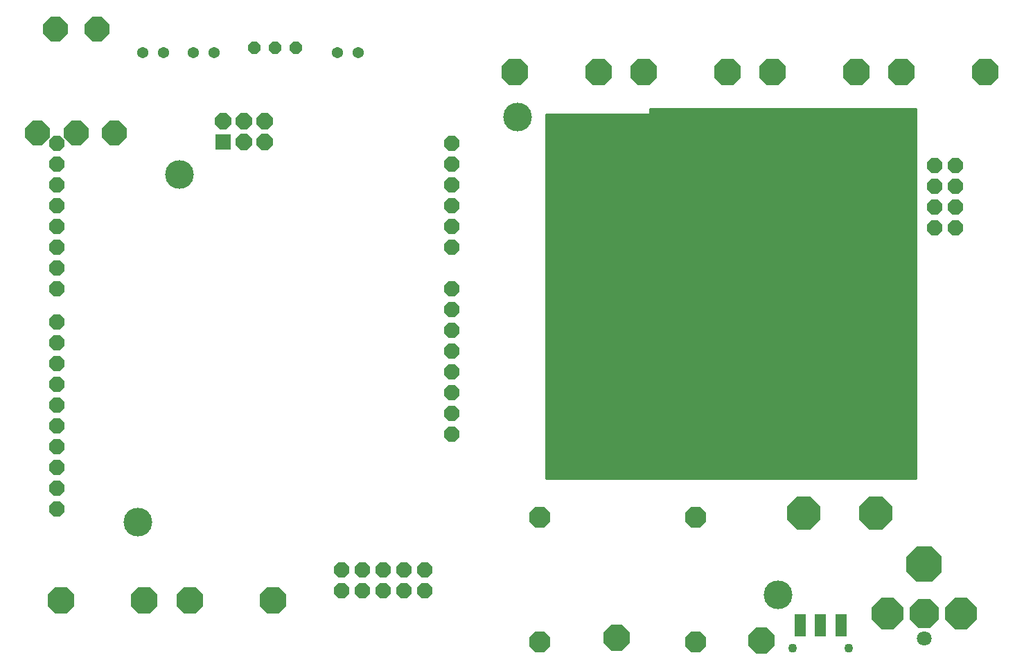
<source format=gbs>
G75*
%MOIN*%
%OFA0B0*%
%FSLAX24Y24*%
%IPPOS*%
%LPD*%
%AMOC8*
5,1,8,0,0,1.08239X$1,22.5*
%
%ADD10C,0.1380*%
%ADD11C,0.0100*%
%ADD12OC8,0.0740*%
%ADD13OC8,0.0780*%
%ADD14R,0.0780X0.0780*%
%ADD15R,0.0552X0.1064*%
%ADD16C,0.0434*%
%ADD17OC8,0.1290*%
%ADD18OC8,0.0611*%
%ADD19OC8,0.1175*%
%ADD20OC8,0.1025*%
%ADD21C,0.0540*%
%ADD22OC8,0.1700*%
%ADD23OC8,0.1405*%
%ADD24C,0.0710*%
%ADD25OC8,0.1504*%
%ADD26OC8,0.1261*%
%ADD27OC8,0.1582*%
D10*
X013943Y012475D03*
X015943Y029225D03*
X032207Y031982D03*
X044743Y008975D03*
D11*
X051393Y014575D02*
X033593Y014575D01*
X033593Y032125D01*
X038593Y032125D01*
X038593Y032375D01*
X051393Y032375D01*
X051393Y014575D01*
X051393Y014590D02*
X033593Y014590D01*
X033593Y014689D02*
X051393Y014689D01*
X051393Y014787D02*
X033593Y014787D01*
X033593Y014886D02*
X051393Y014886D01*
X051393Y014984D02*
X033593Y014984D01*
X033593Y015083D02*
X051393Y015083D01*
X051393Y015181D02*
X033593Y015181D01*
X033593Y015280D02*
X051393Y015280D01*
X051393Y015378D02*
X033593Y015378D01*
X033593Y015477D02*
X051393Y015477D01*
X051393Y015575D02*
X033593Y015575D01*
X033593Y015674D02*
X051393Y015674D01*
X051393Y015772D02*
X033593Y015772D01*
X033593Y015871D02*
X051393Y015871D01*
X051393Y015969D02*
X033593Y015969D01*
X033593Y016068D02*
X051393Y016068D01*
X051393Y016166D02*
X033593Y016166D01*
X033593Y016265D02*
X051393Y016265D01*
X051393Y016363D02*
X033593Y016363D01*
X033593Y016462D02*
X051393Y016462D01*
X051393Y016560D02*
X033593Y016560D01*
X033593Y016659D02*
X051393Y016659D01*
X051393Y016757D02*
X033593Y016757D01*
X033593Y016856D02*
X051393Y016856D01*
X051393Y016954D02*
X033593Y016954D01*
X033593Y017053D02*
X051393Y017053D01*
X051393Y017151D02*
X033593Y017151D01*
X033593Y017250D02*
X051393Y017250D01*
X051393Y017348D02*
X033593Y017348D01*
X033593Y017447D02*
X051393Y017447D01*
X051393Y017545D02*
X033593Y017545D01*
X033593Y017644D02*
X051393Y017644D01*
X051393Y017742D02*
X033593Y017742D01*
X033593Y017841D02*
X051393Y017841D01*
X051393Y017939D02*
X033593Y017939D01*
X033593Y018038D02*
X051393Y018038D01*
X051393Y018136D02*
X033593Y018136D01*
X033593Y018235D02*
X051393Y018235D01*
X051393Y018333D02*
X033593Y018333D01*
X033593Y018432D02*
X051393Y018432D01*
X051393Y018530D02*
X033593Y018530D01*
X033593Y018629D02*
X051393Y018629D01*
X051393Y018727D02*
X033593Y018727D01*
X033593Y018826D02*
X051393Y018826D01*
X051393Y018924D02*
X033593Y018924D01*
X033593Y019023D02*
X051393Y019023D01*
X051393Y019121D02*
X033593Y019121D01*
X033593Y019220D02*
X051393Y019220D01*
X051393Y019318D02*
X033593Y019318D01*
X033593Y019417D02*
X051393Y019417D01*
X051393Y019515D02*
X033593Y019515D01*
X033593Y019614D02*
X051393Y019614D01*
X051393Y019712D02*
X033593Y019712D01*
X033593Y019811D02*
X051393Y019811D01*
X051393Y019909D02*
X033593Y019909D01*
X033593Y020008D02*
X051393Y020008D01*
X051393Y020106D02*
X033593Y020106D01*
X033593Y020205D02*
X051393Y020205D01*
X051393Y020303D02*
X033593Y020303D01*
X033593Y020402D02*
X051393Y020402D01*
X051393Y020500D02*
X033593Y020500D01*
X033593Y020599D02*
X051393Y020599D01*
X051393Y020697D02*
X033593Y020697D01*
X033593Y020796D02*
X051393Y020796D01*
X051393Y020894D02*
X033593Y020894D01*
X033593Y020993D02*
X051393Y020993D01*
X051393Y021091D02*
X033593Y021091D01*
X033593Y021190D02*
X051393Y021190D01*
X051393Y021288D02*
X033593Y021288D01*
X033593Y021387D02*
X051393Y021387D01*
X051393Y021485D02*
X033593Y021485D01*
X033593Y021584D02*
X051393Y021584D01*
X051393Y021682D02*
X033593Y021682D01*
X033593Y021781D02*
X051393Y021781D01*
X051393Y021879D02*
X033593Y021879D01*
X033593Y021978D02*
X051393Y021978D01*
X051393Y022076D02*
X033593Y022076D01*
X033593Y022175D02*
X051393Y022175D01*
X051393Y022273D02*
X033593Y022273D01*
X033593Y022372D02*
X051393Y022372D01*
X051393Y022470D02*
X033593Y022470D01*
X033593Y022569D02*
X051393Y022569D01*
X051393Y022667D02*
X033593Y022667D01*
X033593Y022766D02*
X051393Y022766D01*
X051393Y022864D02*
X033593Y022864D01*
X033593Y022963D02*
X051393Y022963D01*
X051393Y023061D02*
X033593Y023061D01*
X033593Y023160D02*
X051393Y023160D01*
X051393Y023258D02*
X033593Y023258D01*
X033593Y023357D02*
X051393Y023357D01*
X051393Y023455D02*
X033593Y023455D01*
X033593Y023554D02*
X051393Y023554D01*
X051393Y023652D02*
X033593Y023652D01*
X033593Y023751D02*
X051393Y023751D01*
X051393Y023849D02*
X033593Y023849D01*
X033593Y023948D02*
X051393Y023948D01*
X051393Y024046D02*
X033593Y024046D01*
X033593Y024145D02*
X051393Y024145D01*
X051393Y024243D02*
X033593Y024243D01*
X033593Y024342D02*
X051393Y024342D01*
X051393Y024440D02*
X033593Y024440D01*
X033593Y024539D02*
X051393Y024539D01*
X051393Y024637D02*
X033593Y024637D01*
X033593Y024736D02*
X051393Y024736D01*
X051393Y024834D02*
X033593Y024834D01*
X033593Y024933D02*
X051393Y024933D01*
X051393Y025031D02*
X033593Y025031D01*
X033593Y025130D02*
X051393Y025130D01*
X051393Y025228D02*
X033593Y025228D01*
X033593Y025327D02*
X051393Y025327D01*
X051393Y025425D02*
X033593Y025425D01*
X033593Y025524D02*
X051393Y025524D01*
X051393Y025622D02*
X033593Y025622D01*
X033593Y025721D02*
X051393Y025721D01*
X051393Y025819D02*
X033593Y025819D01*
X033593Y025918D02*
X051393Y025918D01*
X051393Y026016D02*
X033593Y026016D01*
X033593Y026115D02*
X051393Y026115D01*
X051393Y026213D02*
X033593Y026213D01*
X033593Y026312D02*
X051393Y026312D01*
X051393Y026410D02*
X033593Y026410D01*
X033593Y026509D02*
X051393Y026509D01*
X051393Y026607D02*
X033593Y026607D01*
X033593Y026706D02*
X051393Y026706D01*
X051393Y026804D02*
X033593Y026804D01*
X033593Y026903D02*
X051393Y026903D01*
X051393Y027001D02*
X033593Y027001D01*
X033593Y027100D02*
X051393Y027100D01*
X051393Y027198D02*
X033593Y027198D01*
X033593Y027297D02*
X051393Y027297D01*
X051393Y027395D02*
X033593Y027395D01*
X033593Y027494D02*
X051393Y027494D01*
X051393Y027592D02*
X033593Y027592D01*
X033593Y027691D02*
X051393Y027691D01*
X051393Y027789D02*
X033593Y027789D01*
X033593Y027888D02*
X051393Y027888D01*
X051393Y027986D02*
X033593Y027986D01*
X033593Y028085D02*
X051393Y028085D01*
X051393Y028183D02*
X033593Y028183D01*
X033593Y028282D02*
X051393Y028282D01*
X051393Y028380D02*
X033593Y028380D01*
X033593Y028479D02*
X051393Y028479D01*
X051393Y028577D02*
X033593Y028577D01*
X033593Y028676D02*
X051393Y028676D01*
X051393Y028774D02*
X033593Y028774D01*
X033593Y028873D02*
X051393Y028873D01*
X051393Y028971D02*
X033593Y028971D01*
X033593Y029070D02*
X051393Y029070D01*
X051393Y029168D02*
X033593Y029168D01*
X033593Y029267D02*
X051393Y029267D01*
X051393Y029365D02*
X033593Y029365D01*
X033593Y029464D02*
X051393Y029464D01*
X051393Y029562D02*
X033593Y029562D01*
X033593Y029661D02*
X051393Y029661D01*
X051393Y029759D02*
X033593Y029759D01*
X033593Y029858D02*
X051393Y029858D01*
X051393Y029956D02*
X033593Y029956D01*
X033593Y030055D02*
X051393Y030055D01*
X051393Y030153D02*
X033593Y030153D01*
X033593Y030252D02*
X051393Y030252D01*
X051393Y030350D02*
X033593Y030350D01*
X033593Y030449D02*
X051393Y030449D01*
X051393Y030547D02*
X033593Y030547D01*
X033593Y030646D02*
X051393Y030646D01*
X051393Y030744D02*
X033593Y030744D01*
X033593Y030843D02*
X051393Y030843D01*
X051393Y030941D02*
X033593Y030941D01*
X033593Y031040D02*
X051393Y031040D01*
X051393Y031138D02*
X033593Y031138D01*
X033593Y031237D02*
X051393Y031237D01*
X051393Y031335D02*
X033593Y031335D01*
X033593Y031434D02*
X051393Y031434D01*
X051393Y031532D02*
X033593Y031532D01*
X033593Y031631D02*
X051393Y031631D01*
X051393Y031729D02*
X033593Y031729D01*
X033593Y031828D02*
X051393Y031828D01*
X051393Y031926D02*
X033593Y031926D01*
X033593Y032025D02*
X051393Y032025D01*
X051393Y032123D02*
X033593Y032123D01*
X038593Y032222D02*
X051393Y032222D01*
X051393Y032320D02*
X038593Y032320D01*
D12*
X029041Y030725D03*
X029041Y029725D03*
X029041Y028725D03*
X029041Y027725D03*
X029041Y026725D03*
X029041Y025725D03*
X029041Y023725D03*
X029041Y022725D03*
X029041Y021725D03*
X029041Y020725D03*
X029041Y019725D03*
X029041Y018725D03*
X029041Y017725D03*
X029041Y016725D03*
X027743Y010175D03*
X026743Y010175D03*
X025743Y010175D03*
X024743Y010175D03*
X023743Y010175D03*
X023743Y009175D03*
X024743Y009175D03*
X025743Y009175D03*
X026743Y009175D03*
X027743Y009175D03*
X010041Y013125D03*
X010041Y014125D03*
X010041Y015125D03*
X010041Y016125D03*
X010041Y017125D03*
X010041Y018125D03*
X010041Y019125D03*
X010041Y020125D03*
X010041Y021125D03*
X010041Y022125D03*
X010041Y023725D03*
X010041Y024725D03*
X010041Y025725D03*
X010041Y026725D03*
X010041Y027725D03*
X010041Y028725D03*
X010041Y029725D03*
X010041Y030725D03*
X052282Y029648D03*
X052282Y028648D03*
X052282Y027648D03*
X052282Y026648D03*
X053282Y026648D03*
X053282Y027648D03*
X053282Y028648D03*
X053282Y029648D03*
D13*
X020041Y030775D03*
X020041Y031775D03*
X019041Y031775D03*
X019041Y030775D03*
X018041Y031775D03*
D14*
X018041Y030775D03*
D15*
X045809Y007508D03*
X046793Y007508D03*
X047778Y007508D03*
D16*
X048132Y006425D03*
X045455Y006425D03*
D17*
X010231Y008735D03*
X014256Y008735D03*
X016431Y008735D03*
X020456Y008735D03*
X032081Y034165D03*
X036106Y034165D03*
X038281Y034165D03*
X042306Y034165D03*
X044481Y034165D03*
X048506Y034165D03*
X050681Y034165D03*
X054706Y034165D03*
D18*
X021543Y035325D03*
X020543Y035325D03*
X019543Y035325D03*
D19*
X012823Y031225D03*
X010973Y031225D03*
X009123Y031225D03*
X009973Y036225D03*
X011973Y036225D03*
D20*
X033293Y012725D03*
X033293Y006725D03*
X040793Y006725D03*
X040793Y012725D03*
D21*
X024543Y035075D03*
X023543Y035075D03*
X017618Y035075D03*
X016618Y035075D03*
X015193Y035075D03*
X014193Y035075D03*
D22*
X051770Y010449D03*
D23*
X051770Y008087D03*
D24*
X051770Y006906D03*
D25*
X053541Y008087D03*
X049998Y008087D03*
D26*
X043943Y006775D03*
X036993Y006925D03*
D27*
X045993Y012925D03*
X049443Y012925D03*
M02*

</source>
